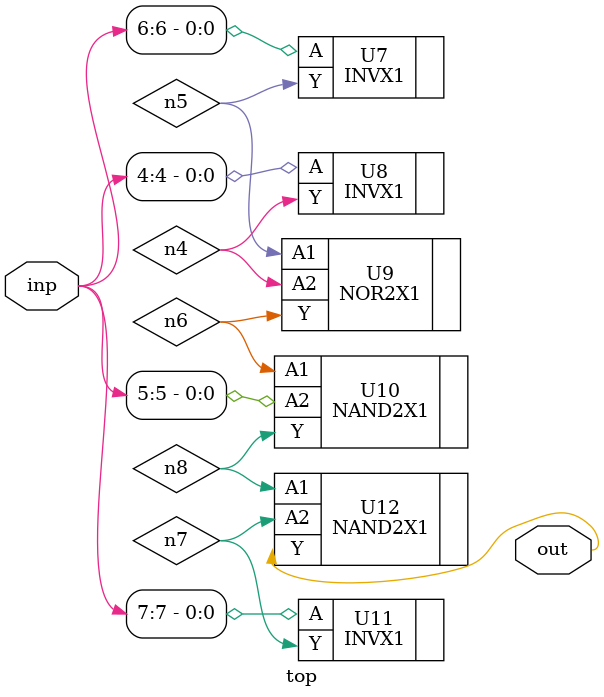
<source format=sv>


module top ( inp, out );
  input [7:0] inp;
  output out;
  wire   n4, n5, n6, n7, n8;

  INVX1 U7 ( .A(inp[6]), .Y(n5) );
  INVX1 U8 ( .A(inp[4]), .Y(n4) );
  NOR2X1 U9 ( .A1(n5), .A2(n4), .Y(n6) );
  NAND2X1 U10 ( .A1(n6), .A2(inp[5]), .Y(n8) );
  INVX1 U11 ( .A(inp[7]), .Y(n7) );
  NAND2X1 U12 ( .A1(n8), .A2(n7), .Y(out) );
endmodule


</source>
